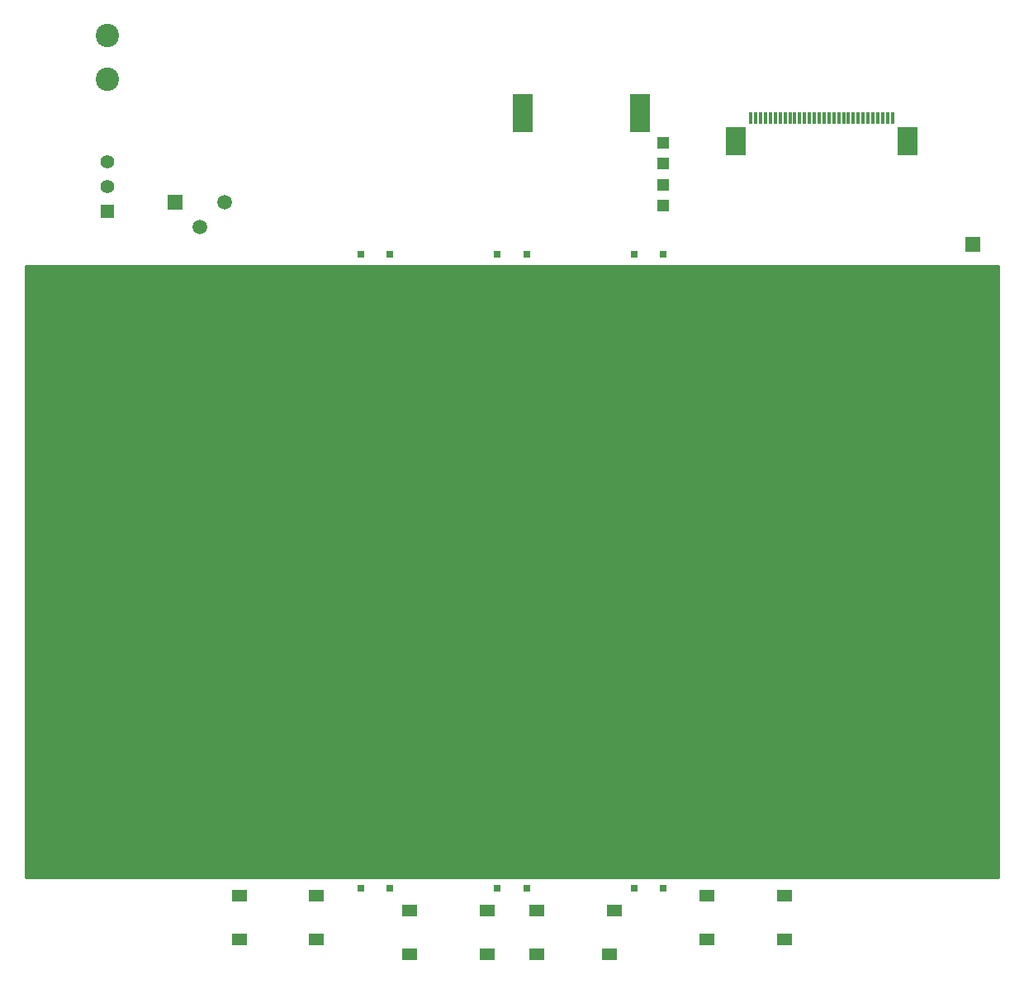
<source format=gts>
G04 #@! TF.FileFunction,Soldermask,Top*
%FSLAX46Y46*%
G04 Gerber Fmt 4.6, Leading zero omitted, Abs format (unit mm)*
G04 Created by KiCad (PCBNEW 0.201511241017+6328~38~ubuntu14.04.1-stable) date Mon 30 Nov 2015 09:24:39 AM CET*
%MOMM*%
G01*
G04 APERTURE LIST*
%ADD10C,0.100000*%
%ADD11C,3.200000*%
%ADD12R,1.550000X1.300000*%
%ADD13R,2.250000X2.250000*%
%ADD14C,0.604800*%
%ADD15C,1.510000*%
%ADD16R,1.510000X1.510000*%
%ADD17R,0.300000X1.250000*%
%ADD18R,2.000000X3.000000*%
%ADD19C,2.400000*%
%ADD20R,0.700000X0.800000*%
%ADD21R,1.501140X1.501140*%
%ADD22R,1.198880X1.198880*%
%ADD23R,1.397000X1.397000*%
%ADD24C,1.397000*%
%ADD25R,2.000000X4.000000*%
%ADD26C,0.254000*%
G04 APERTURE END LIST*
D10*
D11*
X56000000Y-74500000D03*
X56000000Y-125500000D03*
X144000000Y-125500000D03*
D12*
X72025000Y-137750000D03*
X72025000Y-133250000D03*
X79975000Y-133250000D03*
X79975000Y-137750000D03*
X120000000Y-137750000D03*
X120025000Y-133250000D03*
X127975000Y-133250000D03*
X127975000Y-137750000D03*
X89525000Y-139250000D03*
X89525000Y-134750000D03*
X97475000Y-134750000D03*
X97475000Y-139250000D03*
D13*
X79375000Y-90375000D03*
D14*
X79375000Y-90375000D03*
D13*
X82125000Y-90375000D03*
D14*
X82125000Y-90375000D03*
D13*
X84875000Y-90375000D03*
D14*
X84875000Y-90375000D03*
D13*
X87625000Y-90375000D03*
D14*
X87625000Y-90375000D03*
D13*
X90375000Y-90375000D03*
D14*
X90375000Y-90375000D03*
D13*
X93125000Y-90375000D03*
D14*
X93125000Y-90375000D03*
D13*
X95875000Y-90375000D03*
D14*
X95875000Y-90375000D03*
D13*
X98625000Y-90375000D03*
D14*
X98625000Y-90375000D03*
D13*
X79375000Y-93125000D03*
D14*
X79375000Y-93125000D03*
D13*
X82125000Y-93125000D03*
D14*
X82125000Y-93125000D03*
D13*
X84875000Y-93125000D03*
D14*
X84875000Y-93125000D03*
D13*
X87625000Y-93125000D03*
D14*
X87625000Y-93125000D03*
D13*
X90375000Y-93125000D03*
D14*
X90375000Y-93125000D03*
D13*
X93125000Y-93125000D03*
D14*
X93125000Y-93125000D03*
D13*
X95875000Y-93125000D03*
D14*
X95875000Y-93125000D03*
D13*
X98625000Y-93125000D03*
D14*
X98625000Y-93125000D03*
D13*
X79375000Y-95875000D03*
D14*
X79375000Y-95875000D03*
D13*
X82125000Y-95875000D03*
D14*
X82125000Y-95875000D03*
D13*
X84875000Y-95875000D03*
D14*
X84875000Y-95875000D03*
D13*
X87625000Y-95875000D03*
D14*
X87625000Y-95875000D03*
D13*
X90375000Y-95875000D03*
D14*
X90375000Y-95875000D03*
D13*
X93125000Y-95875000D03*
D14*
X93125000Y-95875000D03*
D13*
X95875000Y-95875000D03*
D14*
X95875000Y-95875000D03*
D13*
X98625000Y-95875000D03*
D14*
X98625000Y-95875000D03*
D13*
X79375000Y-98625000D03*
D14*
X79375000Y-98625000D03*
D13*
X82125000Y-98625000D03*
D14*
X82125000Y-98625000D03*
D13*
X84875000Y-98625000D03*
D14*
X84875000Y-98625000D03*
D13*
X87625000Y-98625000D03*
D14*
X87625000Y-98625000D03*
D13*
X90375000Y-98625000D03*
D14*
X90375000Y-98625000D03*
D13*
X93125000Y-98625000D03*
D14*
X93125000Y-98625000D03*
D13*
X95875000Y-98625000D03*
D14*
X95875000Y-98625000D03*
D13*
X98625000Y-98625000D03*
D14*
X98625000Y-98625000D03*
D13*
X79375000Y-101375000D03*
D14*
X79375000Y-101375000D03*
D13*
X82125000Y-101375000D03*
D14*
X82125000Y-101375000D03*
D13*
X84875000Y-101375000D03*
D14*
X84875000Y-101375000D03*
D13*
X87625000Y-101375000D03*
D14*
X87625000Y-101375000D03*
D13*
X90375000Y-101375000D03*
D14*
X90375000Y-101375000D03*
D13*
X93125000Y-101375000D03*
D14*
X93125000Y-101375000D03*
D13*
X95875000Y-101375000D03*
D14*
X95875000Y-101375000D03*
D13*
X98625000Y-101375000D03*
D14*
X98625000Y-101375000D03*
D13*
X79375000Y-104125000D03*
D14*
X79375000Y-104125000D03*
D13*
X82125000Y-104125000D03*
D14*
X82125000Y-104125000D03*
D13*
X84875000Y-104125000D03*
D14*
X84875000Y-104125000D03*
D13*
X87625000Y-104125000D03*
D14*
X87625000Y-104125000D03*
D13*
X90375000Y-104125000D03*
D14*
X90375000Y-104125000D03*
D13*
X93125000Y-104125000D03*
D14*
X93125000Y-104125000D03*
D13*
X95875000Y-104125000D03*
D14*
X95875000Y-104125000D03*
D13*
X98625000Y-104125000D03*
D14*
X98625000Y-104125000D03*
D13*
X79375000Y-106875000D03*
D14*
X79375000Y-106875000D03*
D13*
X82125000Y-106875000D03*
D14*
X82125000Y-106875000D03*
D13*
X84875000Y-106875000D03*
D14*
X84875000Y-106875000D03*
D13*
X87625000Y-106875000D03*
D14*
X87625000Y-106875000D03*
D13*
X90375000Y-106875000D03*
D14*
X90375000Y-106875000D03*
D13*
X93125000Y-106875000D03*
D14*
X93125000Y-106875000D03*
D13*
X95875000Y-106875000D03*
D14*
X95875000Y-106875000D03*
D13*
X98625000Y-106875000D03*
D14*
X98625000Y-106875000D03*
D13*
X79375000Y-109625000D03*
D14*
X79375000Y-109625000D03*
D13*
X82125000Y-109625000D03*
D14*
X82125000Y-109625000D03*
D13*
X84875000Y-109625000D03*
D14*
X84875000Y-109625000D03*
D13*
X87625000Y-109625000D03*
D14*
X87625000Y-109625000D03*
D13*
X90375000Y-109625000D03*
D14*
X90375000Y-109625000D03*
D13*
X93125000Y-109625000D03*
D14*
X93125000Y-109625000D03*
D13*
X95875000Y-109625000D03*
D14*
X95875000Y-109625000D03*
D13*
X98625000Y-109625000D03*
D14*
X98625000Y-109625000D03*
D15*
X70536000Y-62154000D03*
D16*
X65456000Y-62154000D03*
D15*
X67996000Y-64694000D03*
D17*
X139000000Y-53500000D03*
X137000000Y-53500000D03*
X137500000Y-53500000D03*
X138500000Y-53500000D03*
X138000000Y-53500000D03*
X136000000Y-53500000D03*
X136500000Y-53500000D03*
X135500000Y-53500000D03*
X135000000Y-53500000D03*
X132000000Y-53500000D03*
X132500000Y-53500000D03*
X133500000Y-53500000D03*
X133000000Y-53500000D03*
X134500000Y-53500000D03*
X134000000Y-53500000D03*
X126500000Y-53500000D03*
X127000000Y-53500000D03*
X125500000Y-53500000D03*
X126000000Y-53500000D03*
X125000000Y-53500000D03*
X124500000Y-53500000D03*
X127500000Y-53500000D03*
X128000000Y-53500000D03*
X129000000Y-53500000D03*
X128500000Y-53500000D03*
X130500000Y-53500000D03*
X131000000Y-53500000D03*
X130000000Y-53500000D03*
X129500000Y-53500000D03*
D18*
X122960000Y-55825000D03*
X140540000Y-55825000D03*
D17*
X131500000Y-53500000D03*
D13*
X120625000Y-101375000D03*
D14*
X120625000Y-101375000D03*
D13*
X120625000Y-104125000D03*
D14*
X120625000Y-104125000D03*
D13*
X120625000Y-106875000D03*
D14*
X120625000Y-106875000D03*
D13*
X120625000Y-109625000D03*
D14*
X120625000Y-109625000D03*
D13*
X117875000Y-101375000D03*
D14*
X117875000Y-101375000D03*
D13*
X117875000Y-104125000D03*
D14*
X117875000Y-104125000D03*
D13*
X117875000Y-109625000D03*
D14*
X117875000Y-109625000D03*
D13*
X117875000Y-106875000D03*
D14*
X117875000Y-106875000D03*
D13*
X115125000Y-101375000D03*
D14*
X115125000Y-101375000D03*
D13*
X115125000Y-106875000D03*
D14*
X115125000Y-106875000D03*
D13*
X115125000Y-109625000D03*
D14*
X115125000Y-109625000D03*
D13*
X115125000Y-104125000D03*
D14*
X115125000Y-104125000D03*
D13*
X112375000Y-101375000D03*
D14*
X112375000Y-101375000D03*
D13*
X112375000Y-109625000D03*
D14*
X112375000Y-109625000D03*
D13*
X112375000Y-106875000D03*
D14*
X112375000Y-106875000D03*
D13*
X112375000Y-104125000D03*
D14*
X112375000Y-104125000D03*
D13*
X109625000Y-101375000D03*
D14*
X109625000Y-101375000D03*
D13*
X109625000Y-109625000D03*
D14*
X109625000Y-109625000D03*
D13*
X109625000Y-106875000D03*
D14*
X109625000Y-106875000D03*
D13*
X109625000Y-104125000D03*
D14*
X109625000Y-104125000D03*
D13*
X106875000Y-109625000D03*
D14*
X106875000Y-109625000D03*
D13*
X106875000Y-106875000D03*
D14*
X106875000Y-106875000D03*
D13*
X106875000Y-104125000D03*
D14*
X106875000Y-104125000D03*
D13*
X106875000Y-101375000D03*
D14*
X106875000Y-101375000D03*
D13*
X104125000Y-109625000D03*
D14*
X104125000Y-109625000D03*
D13*
X101375000Y-106875000D03*
D14*
X101375000Y-106875000D03*
D13*
X101375000Y-104125000D03*
D14*
X101375000Y-104125000D03*
D13*
X104125000Y-104125000D03*
D14*
X104125000Y-104125000D03*
D13*
X104125000Y-106875000D03*
D14*
X104125000Y-106875000D03*
D13*
X101375000Y-109625000D03*
D14*
X101375000Y-109625000D03*
D13*
X101375000Y-101375000D03*
D14*
X101375000Y-101375000D03*
D13*
X104125000Y-101375000D03*
D14*
X104125000Y-101375000D03*
D13*
X104125000Y-98625000D03*
D14*
X104125000Y-98625000D03*
D13*
X101375000Y-98625000D03*
D14*
X101375000Y-98625000D03*
D13*
X101375000Y-90375000D03*
D14*
X101375000Y-90375000D03*
D13*
X104125000Y-93125000D03*
D14*
X104125000Y-93125000D03*
D13*
X101375000Y-95875000D03*
D14*
X101375000Y-95875000D03*
D13*
X104125000Y-95875000D03*
D14*
X104125000Y-95875000D03*
D13*
X101375000Y-93125000D03*
D14*
X101375000Y-93125000D03*
D13*
X104125000Y-90375000D03*
D14*
X104125000Y-90375000D03*
D13*
X106875000Y-98625000D03*
D14*
X106875000Y-98625000D03*
D13*
X106875000Y-95875000D03*
D14*
X106875000Y-95875000D03*
D13*
X106875000Y-93125000D03*
D14*
X106875000Y-93125000D03*
D13*
X106875000Y-90375000D03*
D14*
X106875000Y-90375000D03*
D13*
X109625000Y-95875000D03*
D14*
X109625000Y-95875000D03*
D13*
X109625000Y-93125000D03*
D14*
X109625000Y-93125000D03*
D13*
X109625000Y-90375000D03*
D14*
X109625000Y-90375000D03*
D13*
X109625000Y-98625000D03*
D14*
X109625000Y-98625000D03*
D13*
X112375000Y-95875000D03*
D14*
X112375000Y-95875000D03*
D13*
X112375000Y-93125000D03*
D14*
X112375000Y-93125000D03*
D13*
X112375000Y-90375000D03*
D14*
X112375000Y-90375000D03*
D13*
X112375000Y-98625000D03*
D14*
X112375000Y-98625000D03*
D13*
X115125000Y-95875000D03*
D14*
X115125000Y-95875000D03*
D13*
X115125000Y-90375000D03*
D14*
X115125000Y-90375000D03*
D13*
X115125000Y-93125000D03*
D14*
X115125000Y-93125000D03*
D13*
X115125000Y-98625000D03*
D14*
X115125000Y-98625000D03*
D13*
X117875000Y-93125000D03*
D14*
X117875000Y-93125000D03*
D13*
X117875000Y-90375000D03*
D14*
X117875000Y-90375000D03*
D13*
X117875000Y-95875000D03*
D14*
X117875000Y-95875000D03*
D13*
X117875000Y-98625000D03*
D14*
X117875000Y-98625000D03*
D13*
X120625000Y-90375000D03*
D14*
X120625000Y-90375000D03*
D13*
X120625000Y-93125000D03*
D14*
X120625000Y-93125000D03*
D13*
X120625000Y-95875000D03*
D14*
X120625000Y-95875000D03*
D13*
X120625000Y-98625000D03*
D14*
X120625000Y-98625000D03*
D19*
X58500000Y-49500000D03*
X58500000Y-45000000D03*
D20*
X84500000Y-132500000D03*
X87500000Y-132500000D03*
X98500000Y-132500000D03*
X101500000Y-132500000D03*
X112500000Y-132500000D03*
X115500000Y-132500000D03*
X87500000Y-67500000D03*
X84500000Y-67500000D03*
X101500000Y-67500000D03*
X98500000Y-67500000D03*
D12*
X102525000Y-139250000D03*
X102525000Y-134750000D03*
X110475000Y-134750000D03*
X110000000Y-139250000D03*
D11*
X144000000Y-74500000D03*
D20*
X115500000Y-67500000D03*
X112500000Y-67500000D03*
D21*
X147244000Y-66472000D03*
D22*
X115494000Y-60342980D03*
X115494000Y-62441020D03*
X115494000Y-56024980D03*
X115494000Y-58123020D03*
D23*
X58500000Y-63040000D03*
D24*
X58500000Y-60500000D03*
X58500000Y-57960000D03*
D25*
X113112000Y-53010000D03*
X101112000Y-53010000D03*
D26*
G36*
X149885000Y-131369000D02*
X50139000Y-131369000D01*
X50139000Y-68623000D01*
X149885000Y-68623000D01*
X149885000Y-131369000D01*
X149885000Y-131369000D01*
G37*
X149885000Y-131369000D02*
X50139000Y-131369000D01*
X50139000Y-68623000D01*
X149885000Y-68623000D01*
X149885000Y-131369000D01*
M02*

</source>
